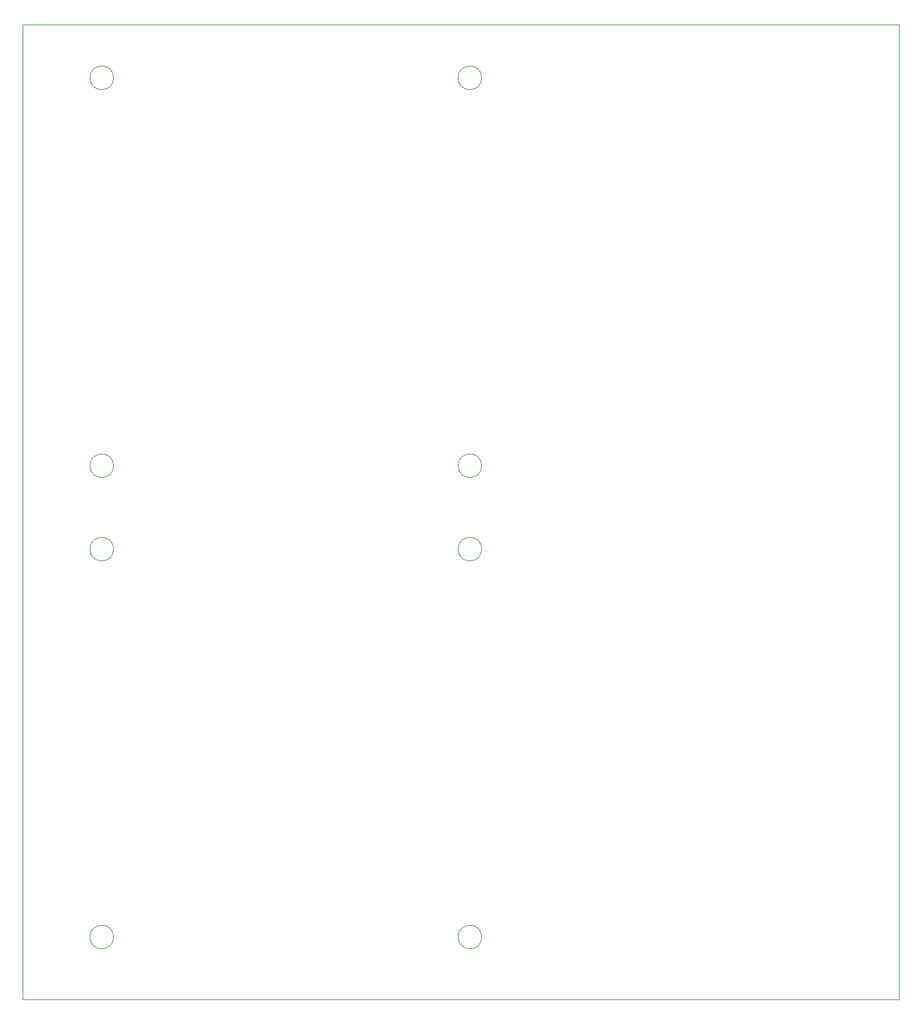
<source format=gm1>
%TF.GenerationSoftware,KiCad,Pcbnew,(6.0.0)*%
%TF.CreationDate,2022-06-27T07:24:41-07:00*%
%TF.ProjectId,pwr2,70777232-2e6b-4696-9361-645f70636258,rev?*%
%TF.SameCoordinates,Original*%
%TF.FileFunction,Profile,NP*%
%FSLAX46Y46*%
G04 Gerber Fmt 4.6, Leading zero omitted, Abs format (unit mm)*
G04 Created by KiCad (PCBNEW (6.0.0)) date 2022-06-27 07:24:41*
%MOMM*%
%LPD*%
G01*
G04 APERTURE LIST*
%TA.AperFunction,Profile*%
%ADD10C,0.100000*%
%TD*%
%TA.AperFunction,Profile*%
%ADD11C,0.120000*%
%TD*%
G04 APERTURE END LIST*
D10*
X57150000Y-29845000D02*
X172085000Y-29845000D01*
X172085000Y-29845000D02*
X172085000Y-157480000D01*
X172085000Y-157480000D02*
X57150000Y-157480000D01*
X57150000Y-157480000D02*
X57150000Y-29845000D01*
D11*
X69119000Y-149332000D02*
G75*
G03*
X69119000Y-149332000I-1550000J0D01*
G01*
X69119000Y-98532000D02*
G75*
G03*
X69119000Y-98532000I-1550000J0D01*
G01*
X117379000Y-98532000D02*
G75*
G03*
X117379000Y-98532000I-1550000J0D01*
G01*
X117379000Y-149332000D02*
G75*
G03*
X117379000Y-149332000I-1550000J0D01*
G01*
X69119000Y-87610000D02*
G75*
G03*
X69119000Y-87610000I-1550000J0D01*
G01*
X69119000Y-36810000D02*
G75*
G03*
X69119000Y-36810000I-1550000J0D01*
G01*
X117379000Y-36810000D02*
G75*
G03*
X117379000Y-36810000I-1550000J0D01*
G01*
X117379000Y-87610000D02*
G75*
G03*
X117379000Y-87610000I-1550000J0D01*
G01*
M02*

</source>
